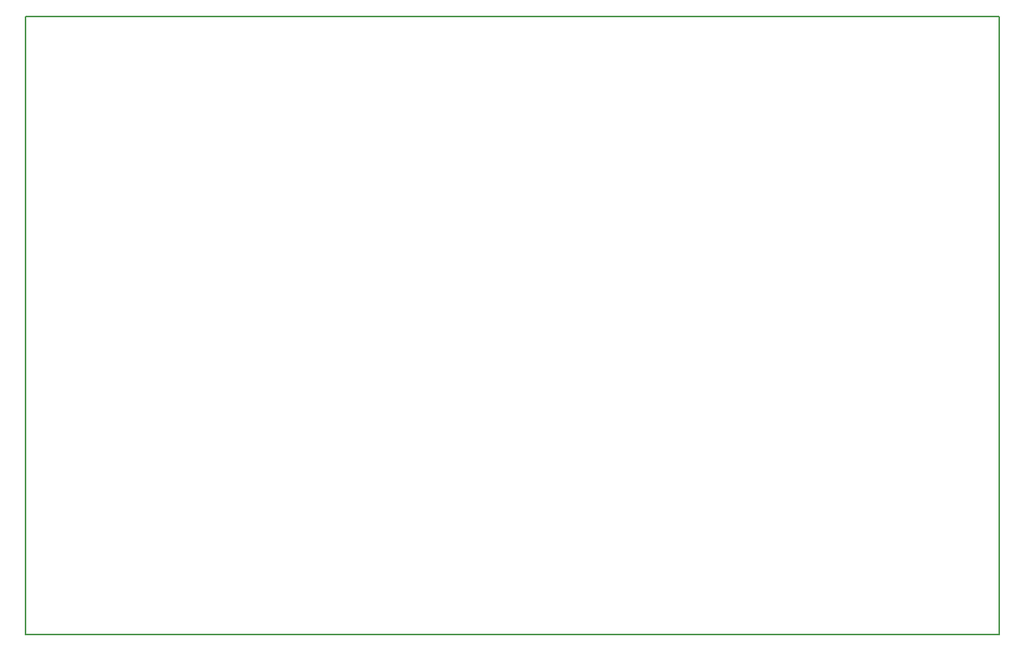
<source format=gbo>
G04 MADE WITH FRITZING*
G04 WWW.FRITZING.ORG*
G04 DOUBLE SIDED*
G04 HOLES PLATED*
G04 CONTOUR ON CENTER OF CONTOUR VECTOR*
%ASAXBY*%
%FSLAX23Y23*%
%MOIN*%
%OFA0B0*%
%SFA1.0B1.0*%
%ADD10R,4.330720X2.755910X4.314720X2.739910*%
%ADD11C,0.008000*%
%LNSILK0*%
G90*
G70*
G54D11*
X4Y2752D02*
X4327Y2752D01*
X4327Y4D01*
X4Y4D01*
X4Y2752D01*
D02*
G04 End of Silk0*
M02*
</source>
